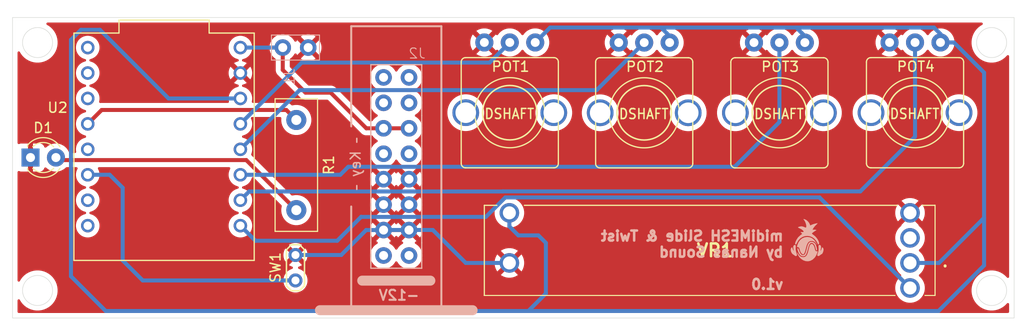
<source format=kicad_pcb>
(kicad_pcb (version 20241229) (generator "pcbnew") (generator_version "9.0")
  (title_block (title "Slide & Twist") (date "2025-12-07") (rev "4") (company "Nanas Sound OÜ") (comment 4 "AISLER Project ID: NHEJCEGS"))
  (layers (0 "F.Cu" signal) (2 "B.Cu" signal) (13 "F.Paste" user) (15 "B.Paste" user) (5 "F.SilkS" user "F.Silkscreen") (7 "B.SilkS" user "B.Silkscreen") (1 "F.Mask" user) (3 "B.Mask" user) (25 "Edge.Cuts" user))
  (net 0 "")
  (net 4 "/P3")
  (net 5 "/P4")
  (net 7 "/P2")
  (net 8 "/P1")
  (net 9 "/SP1")
  (net 12 "/SW1")
  (net 14 "+5V")
  (net 16 "GND")
  (net 17 "+3.3V")
  (net 25 "Net-(D1-A)")
  (net 26 "/LED1")
  (footprint "4ms_Potentiometer:Pot_9mm_DShaft" (layer "F.Cu") (at 155.731413 94.033493)
    (property "Reference" "POT2" (at -1.905 -4.0132 0) (layer "F.SilkS") (effects (justify left bottom)))
    (property "Value" "9mm_NoDet_10k_DShaft" (hide yes))
    (fp_line (start -4.85 -5.06) (end -4.85 5.06) (stroke (width 0.127)) (layer "F.SilkS"))
    (fp_line (start -4.41 5.5) (end 4.41 5.5) (stroke (width 0.127)) (layer "F.SilkS"))
    (fp_line (start 4.41 -5.5) (end -4.41 -5.5) (stroke (width 0.127)) (layer "F.SilkS"))
    (fp_line (start 4.85 5.06) (end 4.85 -5.06) (stroke (width 0.127)) (layer "F.SilkS"))
    (fp_arc (start -4.849887 -5.050018) (mid -4.724637 -5.367578) (end -4.41 -5.5) (stroke (width 0.127)) (layer "F.SilkS"))
    (fp_arc (start -4.400018 5.499887) (mid -4.717578 5.374637) (end -4.85 5.06) (stroke (width 0.127)) (layer "F.SilkS"))
    (fp_arc (start 1.651 -2.159) (mid -1.651 2.159) (end 1.651 -2.159) (stroke (width 0.15)) (layer "F.SilkS"))
    (fp_arc (start 4.400018 -5.499887) (mid 4.717578 -5.374637) (end 4.85 -5.06) (stroke (width 0.127)) (layer "F.SilkS"))
    (fp_arc (start 4.849887 5.050018) (mid 4.724637 5.367578) (end 4.41 5.5) (stroke (width 0.127)) (layer "F.SilkS"))
    (fp_circle (center -0.000163 -0.001843) (end -3.500163 -0.001843) (stroke (width 0.127)) (fill no) (layer "F.SilkS"))
    (fp_text user "DSHAFT" (at -0.04 0.12 0) (layer "F.SilkS") (effects (font (size 1 0.9))))
    (pad "1" thru_hole circle (at 2.539837 -7.012243 270) (size 1.8034 1.8034) (drill 0.889) (layers "*.Cu" "*.Mask") (net 17 "+3.3V"))
    (pad "2" thru_hole circle (at -0.000163 -7.012243 270) (size 1.8034 1.8034) (drill 0.889) (layers "*.Cu" "*.Mask") (net 7 "/P2"))
    (pad "3" thru_hole circle (at -2.540163 -7.012243 270) (size 1.8034 1.8034) (drill 0.889) (layers "*.Cu" "*.Mask") (net 16 "GND"))
    (pad "4" thru_hole circle (at 4.394037 -0.001843) (size 2.667 2.667) (drill 2.0574) (layers "*.Cu" "*.Mask"))
    (pad "5" thru_hole circle (at -4.394363 -0.001843) (size 2.667 2.667) (drill 2.0574) (layers "*.Cu" "*.Mask"))
  )
  (footprint "4ms_Potentiometer:Pot_9mm_DShaft" (layer "F.Cu") (at 169.231413 94.033493)
    (property "Reference" "POT3" (at -1.905 -4.0132 0) (layer "F.SilkS") (effects (justify left bottom)))
    (property "Value" "9mm_NoDet_10k_DShaft" (hide yes))
    (fp_line (start -4.85 -5.06) (end -4.85 5.06) (stroke (width 0.127)) (layer "F.SilkS"))
    (fp_line (start -4.41 5.5) (end 4.41 5.5) (stroke (width 0.127)) (layer "F.SilkS"))
    (fp_line (start 4.41 -5.5) (end -4.41 -5.5) (stroke (width 0.127)) (layer "F.SilkS"))
    (fp_line (start 4.85 5.06) (end 4.85 -5.06) (stroke (width 0.127)) (layer "F.SilkS"))
    (fp_arc (start -4.849887 -5.050018) (mid -4.724637 -5.367578) (end -4.41 -5.5) (stroke (width 0.127)) (layer "F.SilkS"))
    (fp_arc (start -4.400018 5.499887) (mid -4.717578 5.374637) (end -4.85 5.06) (stroke (width 0.127)) (layer "F.SilkS"))
    (fp_arc (start 1.651 -2.159) (mid -1.651 2.159) (end 1.651 -2.159) (stroke (width 0.15)) (layer "F.SilkS"))
    (fp_arc (start 4.400018 -5.499887) (mid 4.717578 -5.374637) (end 4.85 -5.06) (stroke (width 0.127)) (layer "F.SilkS"))
    (fp_arc (start 4.849887 5.050018) (mid 4.724637 5.367578) (end 4.41 5.5) (stroke (width 0.127)) (layer "F.SilkS"))
    (fp_circle (center -0.000163 -0.001843) (end -3.500163 -0.001843) (stroke (width 0.127)) (fill no) (layer "F.SilkS"))
    (fp_text user "DSHAFT" (at -0.04 0.12 0) (layer "F.SilkS") (effects (font (size 1 0.9))))
    (pad "1" thru_hole circle (at 2.539837 -7.012243 270) (size 1.8034 1.8034) (drill 0.889) (layers "*.Cu" "*.Mask") (net 17 "+3.3V"))
    (pad "2" thru_hole circle (at -0.000163 -7.012243 270) (size 1.8034 1.8034) (drill 0.889) (layers "*.Cu" "*.Mask") (net 4 "/P3"))
    (pad "3" thru_hole circle (at -2.540163 -7.012243 270) (size 1.8034 1.8034) (drill 0.889) (layers "*.Cu" "*.Mask") (net 16 "GND"))
    (pad "4" thru_hole circle (at 4.394037 -0.001843) (size 2.667 2.667) (drill 2.0574) (layers "*.Cu" "*.Mask"))
    (pad "5" thru_hole circle (at -4.394363 -0.001843) (size 2.667 2.667) (drill 2.0574) (layers "*.Cu" "*.Mask"))
  )
  (footprint "Resistor_THT:R_Box_L13.0mm_W4.0mm_P9.00mm" (layer "F.Cu") (at 121 94.75 -90)
    (property "Reference" "R1" (at 4.5 -3.25 90) (layer "F.SilkS"))
    (property "Value" "220Ω" (hide yes))
    (fp_line (start -2.12 2.12) (end -2.12 -2.12) (stroke (width 0.12)) (layer "F.SilkS"))
    (fp_line (start 11.12 2.12) (end -2.12 2.12) (stroke (width 0.12)) (layer "F.SilkS"))
    (fp_line (start -2.12 -2.12) (end 11.12 -2.12) (stroke (width 0.12)) (layer "F.SilkS"))
    (fp_line (start 11.12 -2.12) (end 11.12 2.12) (stroke (width 0.12)) (layer "F.SilkS"))
    (pad "1" thru_hole circle (at 0 0 270) (size 2 2) (drill 1) (layers "*.Cu" "*.Mask") (net 26 "/LED1"))
    (pad "2" thru_hole circle (at 9 0 270) (size 2 2) (drill 1) (layers "*.Cu" "*.Mask") (net 25 "Net-(D1-A)"))
  )
  (footprint "LED_THT:LED_D3.0mm_FlatTop" (layer "F.Cu") (at 94.46 98.5)
    (property "Reference" "D1" (at 1.27 -2.96 0) (layer "F.SilkS"))
    (property "Value" "LED")
    (fp_line (start -0.29 -1.236) (end -0.29 -1.08) (stroke (width 0.12)) (layer "F.SilkS"))
    (fp_line (start -0.29 1.08) (end -0.29 1.236) (stroke (width 0.12)) (layer "F.SilkS"))
    (fp_arc (start -0.29 -1.235516) (mid 1.36566 -1.987699) (end 2.941437 -1.08) (stroke (width 0.12)) (layer "F.SilkS"))
    (fp_arc (start 0.229039 -1.08) (mid 1.27 -1.5) (end 2.310961 -1.08) (stroke (width 0.12)) (layer "F.SilkS"))
    (fp_arc (start 2.310961 1.08) (mid 1.27 1.5) (end 0.229039 1.08) (stroke (width 0.12)) (layer "F.SilkS"))
    (fp_arc (start 2.941437 1.08) (mid 1.36566 1.987699) (end -0.29 1.235516) (stroke (width 0.12)) (layer "F.SilkS"))
    (pad "1" thru_hole rect (at 0 0) (size 1.8 1.8) (drill 0.9) (layers "*.Cu" "*.Mask") (net 16 "GND"))
    (pad "2" thru_hole circle (at 2.54 0) (size 1.8 1.8) (drill 0.9) (layers "*.Cu" "*.Mask") (net 25 "Net-(D1-A)"))
  )
  (footprint "Bourne-PTL30-19G1-103B2:PTL3019G1103B2" (layer "F.Cu") (at 182.27125 109.02125 180)
    (property "Reference" "VR1" (at 19.475 1.25 0) (layer "F.SilkS") (effects (font (size 1.27 1.27) (thickness 0.254))))
    (property "Value" "PTL30-19G1-103B2" (hide yes))
    (fp_line (start 42.5 5.75) (end 42.5 5.75) (stroke (width 0.1)) (layer "F.SilkS"))
    (fp_line (start 42.5 5.75) (end 42.5 5.75) (stroke (width 0.1)) (layer "F.SilkS"))
    (fp_line (start 42.5 5.75) (end 42.5 -3.25) (stroke (width 0.1)) (layer "F.SilkS"))
    (fp_line (start 42.5 5.75) (end 41.25 5.75) (stroke (width 0.1)) (layer "F.SilkS"))
    (fp_line (start 42.5 -3.25) (end 42.5 5.75) (stroke (width 0.1)) (layer "F.SilkS"))
    (fp_line (start 42.5 -3.25) (end 42.5 -3.25) (stroke (width 0.1)) (layer "F.SilkS"))
    (fp_line (start 42.5 -3.25) (end 42.5 -3.25) (stroke (width 0.1)) (layer "F.SilkS"))
    (fp_line (start 42.5 -3.25) (end 1.5 -3.25) (stroke (width 0.1)) (layer "F.SilkS"))
    (fp_line (start 41.25 5.75) (end 42.5 5.75) (stroke (width 0.1)) (layer "F.SilkS"))
    (fp_line (start 41.25 5.75) (end 41.25 5.75) (stroke (width 0.1)) (layer "F.SilkS"))
    (fp_line (start 38.5 5.75) (end 38.5 5.75) (stroke (width 0.1)) (layer "F.SilkS"))
    (fp_line (start 38.5 5.75) (end 1.25 5.75) (stroke (width 0.1)) (layer "F.SilkS"))
    (fp_line (start 1.5 -3.25) (end 42.5 -3.25) (stroke (width 0.1)) (layer "F.SilkS"))
    (fp_line (start 1.5 -3.25) (end 1.5 -3.25) (stroke (width 0.1)) (layer "F.SilkS"))
    (fp_line (start 1.25 5.75) (end 38.5 5.75) (stroke (width 0.1)) (layer "F.SilkS"))
    (fp_line (start 1.25 5.75) (end 1.25 5.75) (stroke (width 0.1)) (layer "F.SilkS"))
    (fp_line (start -1.25 5.75) (end -1.25 5.75) (stroke (width 0.1)) (layer "F.SilkS"))
    (fp_line (start -1.25 5.75) (end -2.5 5.75) (stroke (width 0.1)) (layer "F.SilkS"))
    (fp_line (start -1.5 -3.25) (end -1.5 -3.25) (stroke (width 0.1)) (layer "F.SilkS"))
    (fp_line (start -1.5 -3.25) (end -2.5 -3.25) (stroke (width 0.1)) (layer "F.SilkS"))
    (fp_line (start -2.5 5.75) (end -1.25 5.75) (stroke (width 0.1)) (layer "F.SilkS"))
    (fp_line (start -2.5 5.75) (end -2.5 5.75) (stroke (width 0.1)) (layer "F.SilkS"))
    (fp_line (start -2.5 5.75) (end -2.5 5.75) (stroke (width 0.1)) (layer "F.SilkS"))
    (fp_line (start -2.5 5.75) (end -2.5 -3.25) (stroke (width 0.1)) (layer "F.SilkS"))
    (fp_line (start -2.5 -3.25) (end -1.5 -3.25) (stroke (width 0.1)) (layer "F.SilkS"))
    (fp_line (start -2.5 -3.25) (end -2.5 5.75) (stroke (width 0.1)) (layer "F.SilkS"))
    (fp_line (start -2.5 -3.25) (end -2.5 -3.25) (stroke (width 0.1)) (layer "F.SilkS"))
    (fp_line (start -2.5 -3.25) (end -2.5 -3.25) (stroke (width 0.1)) (layer "F.SilkS"))
    (fp_line (start -3.5 -0.25) (end -3.5 -0.25) (stroke (width 0.2)) (layer "F.SilkS"))
    (fp_line (start -3.5 -0.35) (end -3.5 -0.35) (stroke (width 0.2)) (layer "F.SilkS"))
    (fp_line (start -3.5 -0.35) (end -3.5 -0.35) (stroke (width 0.2)) (layer "F.SilkS"))
    (fp_arc (start -3.5 -0.25) (mid -3.55 -0.3) (end -3.5 -0.35) (stroke (width 0.2)) (layer "F.SilkS"))
    (fp_arc (start -3.5 -0.25) (mid -3.55 -0.3) (end -3.5 -0.35) (stroke (width 0.2)) (layer "F.SilkS"))
    (fp_arc (start -3.5 -0.35) (mid -3.45 -0.3) (end -3.5 -0.25) (stroke (width 0.2)) (layer "F.SilkS"))
    (pad "1" thru_hole circle (at 0 0 180) (size 1.95 1.95) (drill 1.3) (layers "*.Cu" "*.Mask") (net 17 "+3.3V"))
    (pad "2" thru_hole circle (at 0 -2.5 180) (size 1.95 1.95) (drill 1.3) (layers "*.Cu" "*.Mask") (net 9 "/SP1"))
    (pad "3" thru_hole circle (at 40 0 180) (size 1.95 1.95) (drill 1.3) (layers "*.Cu" "*.Mask") (net 16 "GND"))
    (pad "B1" thru_hole circle (at 40 5 180) (size 1.95 1.95) (drill 1.3) (layers "*.Cu" "*.Mask") (net 17 "+3.3V"))
    (pad "E1" thru_hole circle (at 0 5 180) (size 1.95 1.95) (drill 1.3) (layers "*.Cu" "*.Mask") (net 16 "GND"))
    (pad "L1" thru_hole circle (at 0 2.5 180) (size 1.95 1.95) (drill 1.3) (layers "*.Cu" "*.Mask"))
  )
  (footprint "4ms_Potentiometer:Pot_9mm_DShaft" (layer "F.Cu") (at 142.311413 94.023093)
    (property "Reference" "POT1" (at -1.905 -4.0132 0) (layer "F.SilkS") (effects (justify left bottom)))
    (property "Value" "9mm_NoDet_10k_DShaft" (hide yes))
    (fp_line (start -4.85 -5.06) (end -4.85 5.06) (stroke (width 0.127)) (layer "F.SilkS"))
    (fp_line (start -4.41 5.5) (end 4.41 5.5) (stroke (width 0.127)) (layer "F.SilkS"))
    (fp_line (start 4.41 -5.5) (end -4.41 -5.5) (stroke (width 0.127)) (layer "F.SilkS"))
    (fp_line (start 4.85 5.06) (end 4.85 -5.06) (stroke (width 0.127)) (layer "F.SilkS"))
    (fp_arc (start -4.849887 -5.050018) (mid -4.724637 -5.367578) (end -4.41 -5.5) (stroke (width 0.127)) (layer "F.SilkS"))
    (fp_arc (start -4.400018 5.499887) (mid -4.717578 5.374637) (end -4.85 5.06) (stroke (width 0.127)) (layer "F.SilkS"))
    (fp_arc (start 1.651 -2.159) (mid -1.651 2.159) (end 1.651 -2.159) (stroke (width 0.15)) (layer "F.SilkS"))
    (fp_arc (start 4.400018 -5.499887) (mid 4.717578 -5.374637) (end 4.85 -5.06) (stroke (width 0.127)) (layer "F.SilkS"))
    (fp_arc (start 4.849887 5.050018) (mid 4.724637 5.367578) (end 4.41 5.5) (stroke (width 0.127)) (layer "F.SilkS"))
    (fp_circle (center -0.000163 -0.001843) (end -3.500163 -0.001843) (stroke (width 0.127)) (fill no) (layer "F.SilkS"))
    (fp_text user "DSHAFT" (at -0.04 0.12 0) (layer "F.SilkS") (effects (font (size 1 0.9))))
    (pad "1" thru_hole circle (at 2.539837 -7.012243 270) (size 1.8034 1.8034) (drill 0.889) (layers "*.Cu" "*.Mask") (net 17 "+3.3V"))
    (pad "2" thru_hole circle (at -0.000163 -7.012243 270) (size 1.8034 1.8034) (drill 0.889) (layers "*.Cu" "*.Mask") (net 8 "/P1"))
    (pad "3" thru_hole circle (at -2.540163 -7.012243 270) (size 1.8034 1.8034) (drill 0.889) (layers "*.Cu" "*.Mask") (net 16 "GND"))
    (pad "4" thru_hole circle (at 4.394037 -0.001843) (size 2.667 2.667) (drill 2.0574) (layers "*.Cu" "*.Mask"))
    (pad "5" thru_hole circle (at -4.394363 -0.001843) (size 2.667 2.667) (drill 2.0574) (layers "*.Cu" "*.Mask"))
  )
  (footprint "4ms_Potentiometer:Pot_9mm_DShaft" (layer "F.Cu") (at 182.771413 94.023093)
    (property "Reference" "POT4" (at -1.905 -4.0132 0) (layer "F.SilkS") (effects (justify left bottom)))
    (property "Value" "9mm_NoDet_10k_DShaft" (hide yes))
    (fp_line (start -4.85 -5.06) (end -4.85 5.06) (stroke (width 0.127)) (layer "F.SilkS"))
    (fp_line (start -4.41 5.5) (end 4.41 5.5) (stroke (width 0.127)) (layer "F.SilkS"))
    (fp_line (start 4.41 -5.5) (end -4.41 -5.5) (stroke (width 0.127)) (layer "F.SilkS"))
    (fp_line (start 4.85 5.06) (end 4.85 -5.06) (stroke (width 0.127)) (layer "F.SilkS"))
    (fp_arc (start -4.849887 -5.050018) (mid -4.724637 -5.367578) (end -4.41 -5.5) (stroke (width 0.127)) (layer "F.SilkS"))
    (fp_arc (start -4.400018 5.499887) (mid -4.717578 5.374637) (end -4.85 5.06) (stroke (width 0.127)) (layer "F.SilkS"))
    (fp_arc (start 1.651 -2.159) (mid -1.651 2.159) (end 1.651 -2.159) (stroke (width 0.15)) (layer "F.SilkS"))
    (fp_arc (start 4.400018 -5.499887) (mid 4.717578 -5.374637) (end 4.85 -5.06) (stroke (width 0.127)) (layer "F.SilkS"))
    (fp_arc (start 4.849887 5.050018) (mid 4.724637 5.367578) (end 4.41 5.5) (stroke (width 0.127)) (layer "F.SilkS"))
    (fp_circle (center -0.000163 -0.001843) (end -3.500163 -0.001843) (stroke (width 0.127)) (fill no) (layer "F.SilkS"))
    (fp_text user "DSHAFT" (at -0.04 0.12 0) (layer "F.SilkS") (effects (font (size 1 0.9))))
    (pad "1" thru_hole circle (at 2.539837 -7.012243 270) (size 1.8034 1.8034) (drill 0.889) (layers "*.Cu" "*.Mask") (net 17 "+3.3V"))
    (pad "2" thru_hole circle (at -0.000163 -7.012243 270) (size 1.8034 1.8034) (drill 0.889) (layers "*.Cu" "*.Mask") (net 5 "/P4"))
    (pad "3" thru_hole circle (at -2.540163 -7.012243 270) (size 1.8034 1.8034) (drill 0.889) (layers "*.Cu" "*.Mask") (net 16 "GND"))
    (pad "4" thru_hole circle (at 4.394037 -0.001843) (size 2.667 2.667) (drill 2.0574) (layers "*.Cu" "*.Mask"))
    (pad "5" thru_hole circle (at -4.394363 -0.001843) (size 2.667 2.667) (drill 2.0574) (layers "*.Cu" "*.Mask"))
  )
  (footprint "ESP32-C3_SUPERMINI_TH:MODULE_ESP32-C3_SUPERMINI_TH" (layer "F.Cu") (at 107.79545 97.42125)
    (property "Reference" "U2" (at -10.63 -3.9 0) (layer "F.SilkS"))
    (property "Value" "ESP32-C3_SUPERMINI_TH")
    (fp_line (start -9 11.35) (end -9 -11.35) (stroke (width 0.127)) (layer "F.SilkS"))
    (fp_line (start -4.5 -12.65) (end -4.5 -11.35) (stroke (width 0.127)) (layer "F.SilkS"))
    (fp_line (start -4.5 -11.35) (end -9 -11.35) (stroke (width 0.127)) (layer "F.SilkS"))
    (fp_line (start 4.5 -12.65) (end -4.5 -12.65) (stroke (width 0.127)) (layer "F.SilkS"))
    (fp_line (start 4.5 -12.65) (end 4.5 -11.35) (stroke (width 0.127)) (layer "F.SilkS"))
    (fp_line (start 9 -11.35) (end 4.5 -11.35) (stroke (width 0.127)) (layer "F.SilkS"))
    (fp_line (start 9 11.35) (end -9 11.35) (stroke (width 0.127)) (layer "F.SilkS"))
    (fp_line (start 9 11.35) (end 9 -11.35) (stroke (width 0.127)) (layer "F.SilkS"))
    (pad "0" thru_hole circle (at 7.62 7.88) (size 1.348 1.348) (drill 0.84) (layers "*.Cu" "*.Mask") (net 9 "/SP1"))
    (pad "1" thru_hole circle (at 7.62 5.34) (size 1.348 1.348) (drill 0.84) (layers "*.Cu" "*.Mask") (net 5 "/P4"))
    (pad "2" thru_hole circle (at 7.62 2.8) (size 1.348 1.348) (drill 0.84) (layers "*.Cu" "*.Mask") (net 4 "/P3"))
    (pad "3" thru_hole circle (at 7.62 0.26) (size 1.348 1.348) (drill 0.84) (layers "*.Cu" "*.Mask") (net 7 "/P2"))
    (pad "3.3" thru_hole circle (at 7.62 -4.82) (size 1.348 1.348) (drill 0.84) (layers "*.Cu" "*.Mask") (net 17 "+3.3V"))
    (pad "4" thru_hole circle (at 7.62 -2.28) (size 1.348 1.348) (drill 0.84) (layers "*.Cu" "*.Mask") (net 8 "/P1"))
    (pad "5" thru_hole circle (at -7.62 -9.9) (size 1.348 1.348) (drill 0.84) (layers "*.Cu" "*.Mask"))
    (pad "5V" thru_hole circle (at 7.62 -9.9) (size 1.348 1.348) (drill 0.84) (layers "*.Cu" "*.Mask") (net 14 "+5V"))
    (pad "6" thru_hole circle (at -7.62 -7.36) (size 1.348 1.348) (drill 0.84) (layers "*.Cu" "*.Mask"))
    (pad "7" thru_hole circle (at -7.62 -4.82) (size 1.348 1.348) (drill 0.84) (layers "*.Cu" "*.Mask"))
    (pad "8" thru_hole circle (at -7.62 -2.28) (size 1.348 1.348) (drill 0.84) (layers "*.Cu" "*.Mask") (net 26 "/LED1"))
    (pad "9" thru_hole circle (at -7.62 0.26) (size 1.348 1.348) (drill 0.84) (layers "*.Cu" "*.Mask"))
    (pad "10" thru_hole circle (at -7.62 2.8) (size 1.348 1.348) (drill 0.84) (layers "*.Cu" "*.Mask") (net 12 "/SW1"))
    (pad "20" thru_hole circle (at -7.62 5.34) (size 1.348 1.348) (drill 0.84) (layers "*.Cu" "*.Mask"))
    (pad "21" thru_hole circle (at -7.62 7.88) (size 1.348 1.348) (drill 0.84) (layers "*.Cu" "*.Mask"))
    (pad "G" thru_hole circle (at 7.62 -7.36) (size 1.348 1.348) (drill 0.84) (layers "*.Cu" "*.Mask") (net 16 "GND"))
  )
  (footprint "TestPoint:TestPoint_2Pads_Pitch2.54mm_Drill0.8mm" (layer "F.Cu") (at 120.91545 110.77125 90)
    (property "Reference" "SW1" (at 1.3 -2 90) (layer "F.SilkS"))
    (property "Value" "Toggle_SPDT_SubMini_2pos" (hide yes))
    (fp_line (start 3.07 -0.9) (end 3.57 -0.4) (stroke (width 0.15)) (layer "F.SilkS"))
    (fp_line (start -0.53 -0.9) (end 3.07 -0.9) (stroke (width 0.15)) (layer "F.SilkS"))
    (fp_line (start 3.57 -0.4) (end 3.57 0.4) (stroke (width 0.15)) (layer "F.SilkS"))
    (fp_line (start -1.03 -0.4) (end -0.53 -0.9) (stroke (width 0.15)) (layer "F.SilkS"))
    (fp_line (start 3.57 0.4) (end 3.07 0.9) (stroke (width 0.15)) (layer "F.SilkS"))
    (fp_line (start -1.03 0.4) (end -1.03 -0.4) (stroke (width 0.15)) (layer "F.SilkS"))
    (fp_line (start 3.07 0.9) (end -0.53 0.9) (stroke (width 0.15)) (layer "F.SilkS"))
    (fp_line (start -0.53 0.9) (end -1.03 0.4) (stroke (width 0.15)) (layer "F.SilkS"))
    (pad "1" thru_hole circle (at 0 0 90) (size 1.4 1.4) (drill 0.8) (layers "*.Cu" "*.Mask") (net 12 "/SW1"))
    (pad "2" thru_hole circle (at 2.54 0 90) (size 1.4 1.4) (drill 0.8) (layers "*.Cu" "*.Mask") (net 16 "GND"))
  )
  (footprint "nanassound:logo_nanas" (layer "B.Cu") (at 172 106.75 180)
    (property "Reference" "G***" (hide yes))
    (property "Value" "LOGO" (hide yes))
    (fp_poly (pts (xy 1.306563 -0.499274) (xy 1.375901 -0.577636) (xy 1.395093 -0.712368) (xy 1.364297 -0.904611) (xy 1.363536 -0.907622) (xy 1.338132 -1.013741) (xy 1.334302 -1.055853) (xy 1.352845 -1.044064) (xy 1.372323 -1.019002) (xy 1.423736 -0.921474) (xy 1.450542 -0.836244) (xy 1.483183 -0.737016) (xy 1.526706 -0.713402) (xy 1.58384 -0.764482) (xy 1.598831 -0.786149) (xy 1.639797 -0.912329) (xy 1.630203 -1.065262) (xy 1.57722 -1.220798) (xy 1.488019 -1.354783) (xy 1.410223 -1.421332) (xy 1.304912 -1.490757) (xy 1.214142 -1.554165) (xy 1.209871 -1.557315) (xy 1.138738 -1.594974) (xy 1.077447 -1.576791) (xy 1.062127 -1.566169) (xy 1.028792 -1.536306) (xy 1.015613 -1.497599) (xy 1.023511 -1.431811) (xy 1.053407 -1.320706) (xy 1.078789 -1.236215) (xy 1.127552 -1.050199) (xy 1.14637 -0.897254) (xy 1.139505 -0.741496) (xy 1.138557 -0.732928) (xy 1.133194 -0.578481) (xy 1.161197 -0.491593) (xy 1.224511 -0.469558)) (fill yes) (layer "B.SilkS"))
    (fp_poly (pts (xy -1.173163 -0.486626) (xy -1.14128 -0.514468) (xy -1.128713 -0.577182) (xy -1.133069 -0.692285) (xy -1.137855 -0.74519) (xy -1.143828 -0.927641) (xy -1.11855 -1.099184) (xy -1.08125 -1.231515) (xy -1.03498 -1.37848) (xy -1.01109 -1.469052) (xy -1.009191 -1.520363) (xy -1.028891 -1.549542) (xy -1.069799 -1.573721) (xy -1.073396 -1.575641) (xy -1.133242 -1.589816) (xy -1.205024 -1.5617) (xy -1.290354 -1.500025) (xy -1.38149 -1.432543) (xy -1.44908 -1.391376) (xy -1.466728 -1.385454) (xy -1.509661 -1.351397) (xy -1.558675 -1.263566) (xy -1.603824 -1.143468) (xy -1.632804 -1.026287) (xy -1.638872 -0.888348) (xy -1.597772 -0.78453) (xy -1.537648 -0.717827) (xy -1.491456 -0.725675) (xy -1.456663 -0.808962) (xy -1.450543 -0.836244) (xy -1.412916 -0.946551) (xy -1.371766 -1.019764) (xy -1.341573 -1.055452) (xy -1.333302 -1.044324) (xy -1.346629 -0.976208) (xy -1.367696 -0.892777) (xy -1.39391 -0.720768) (xy -1.378093 -0.586999) (xy -1.324818 -0.501015) (xy -1.238656 -0.472361)) (fill yes) (layer "B.SilkS"))
    (fp_poly (pts (xy -0.384171 -0.385211) (xy -0.320741 -0.43759) (xy -0.265405 -0.528249) (xy -0.213527 -0.668287) (xy -0.160466 -0.868805) (xy -0.135046 -0.981363) (xy -0.065281 -1.249541) (xy 0.014468 -1.447825) (xy 0.109359 -1.583143) (xy 0.224551 -1.662421) (xy 0.365205 -1.692583) (xy 0.395322 -1.693333) (xy 0.577502 -1.665523) (xy 0.727534 -1.577262) (xy 0.856561 -1.421297) (xy 0.884486 -1.375002) (xy 0.951574 -1.269409) (xy 0.989602 -1.232068) (xy 0.996339 -1.25909) (xy 0.969553 -1.346584) (xy 0.926619 -1.448454) (xy 0.783931 -1.685266) (xy 0.598177 -1.875643) (xy 0.381289 -2.013662) (xy 0.145196 -2.0934) (xy -0.098171 -2.108933) (xy -0.312302 -2.063572) (xy -0.549921 -1.940915) (xy -0.747232 -1.755188) (xy -0.80965 -1.671957) (xy -0.884505 -1.549225) (xy -0.949614 -1.417724) (xy -1.000242 -1.291739) (xy -1.031652 -1.185559) (xy -1.039107 -1.113469) (xy -1.01787 -1.089758) (xy -1.000262 -1.097031) (xy -0.91759 -1.111223) (xy -0.843404 -1.061647) (xy -0.794086 -0.9611) (xy -0.787816 -0.931088) (xy -0.736518 -0.708932) (xy -0.665328 -0.536502) (xy -0.5793 -0.420628) (xy -0.483484 -0.368143)) (fill yes) (layer "B.SilkS"))
    (fp_poly (pts (xy 0.261776 0.288013) (xy 0.497644 0.18354) (xy 0.700343 0.017318) (xy 0.862609 -0.204187) (xy 0.97718 -0.474511) (xy 1.001979 -0.567651) (xy 1.015996 -0.65273) (xy 0.9963 -0.686905) (xy 0.943538 -0.692727) (xy 0.853488 -0.713993) (xy 0.792688 -0.786276) (xy 0.750484 -0.922301) (xy 0.750202 -0.923636) (xy 0.691666 -1.113039) (xy 0.607705 -1.268447) (xy 0.508168 -1.376299) (xy 0.402903 -1.423037) (xy 0.386813 -1.423939) (xy 0.340733 -1.394035) (xy 0.282762 -1.320849) (xy 0.275288 -1.308925) (xy 0.236781 -1.221851) (xy 0.190647 -1.082164) (xy 0.144045 -0.912788) (xy 0.119933 -0.811374) (xy 0.048286 -0.542844) (xy -0.032719 -0.343618) (xy -0.126916 -0.206226) (xy -0.232065 -0.126203) (xy -0.402323 -0.080025) (xy -0.580631 -0.097462) (xy -0.744872 -0.171316) (xy -0.872926 -0.294392) (xy -0.903514 -0.344661) (xy -0.949076 -0.423262) (xy -0.98072 -0.461191) (xy -0.983001 -0.461818) (xy -0.984921 -0.433345) (xy -0.952877 -0.359751) (xy -0.897325 -0.258776) (xy -0.828719 -0.148158) (xy -0.757516 -0.045637) (xy -0.694169 0.03105) (xy -0.690008 0.035284) (xy -0.485971 0.199159) (xy -0.264988 0.293124) (xy -0.010204 0.324237) (xy 0 0.324275)) (fill yes) (layer "B.SilkS"))
    (fp_poly (pts (xy -0.26246 -0.199341) (xy -0.239253 -0.214003) (xy -0.161736 -0.286513) (xy -0.095886 -0.393154) (xy -0.035859 -0.546824) (xy 0.024188 -0.760419) (xy 0.042601 -0.836092) (xy 0.102314 -1.071546) (xy 0.155556 -1.241662) (xy 0.206842 -1.35728) (xy 0.260687 -1.429242) (xy 0.30209 -1.459326) (xy 0.432843 -1.493975) (xy 0.552925 -1.452843) (xy 0.661687 -1.336465) (xy 0.75848 -1.145376) (xy 0.790758 -1.056949) (xy 0.841274 -0.925751) (xy 0.890148 -0.830596) (xy 0.927992 -0.789406) (xy 0.931158 -0.788939) (xy 0.966085 -0.819538) (xy 0.967853 -0.900793) (xy 0.942109 -1.016889) (xy 0.894502 -1.15201) (xy 0.830679 -1.290341) (xy 0.756289 -1.416069) (xy 0.676979 -1.513378) (xy 0.670102 -1.519916) (xy 0.540557 -1.594709) (xy 0.388808 -1.616821) (xy 0.245811 -1.58347) (xy 0.208092 -1.56143) (xy 0.139391 -1.490664) (xy 0.073867 -1.372812) (xy 0.007982 -1.19937) (xy -0.061798 -0.961835) (xy -0.095532 -0.831291) (xy -0.163311 -0.594428) (xy -0.23295 -0.428208) (xy -0.309881 -0.32639) (xy -0.399541 -0.28273) (xy -0.507365 -0.290985) (xy -0.55293 -0.305939) (xy -0.670168 -0.3909) (xy -0.764953 -0.545807) (xy -0.834745 -0.766257) (xy -0.844163 -0.811062) (xy -0.880751 -0.953929) (xy -0.919574 -1.028323) (xy -0.958154 -1.031209) (xy -0.985555 -0.98432) (xy -0.988052 -0.911807) (xy -0.968487 -0.792342) (xy -0.933307 -0.650469) (xy -0.88896 -0.510731) (xy -0.841891 -0.397671) (xy -0.822448 -0.363411) (xy -0.707598 -0.245607) (xy -0.560953 -0.175144) (xy -0.405058 -0.157797)) (fill yes) (layer "B.SilkS"))
    (fp_poly (pts (xy 0.368926 2.097973) (xy 0.337569 2.049319) (xy 0.243429 1.913235) (xy 0.164571 1.746491) (xy 0.108925 1.573036) (xy 0.084419 1.41682) (xy 0.094304 1.314495) (xy 0.112691 1.268757) (xy 0.142584 1.256374) (xy 0.205666 1.27686) (xy 0.280763 1.310304) (xy 0.408693 1.356532) (xy 0.531246 1.382571) (xy 0.561908 1.38461) (xy 0.665878 1.374947) (xy 0.777351 1.3498) (xy 0.870723 1.316882) (xy 0.920388 1.283904) (xy 0.922979 1.275857) (xy 0.890223 1.248542) (xy 0.805803 1.202997) (xy 0.709861 1.158771) (xy 0.563653 1.080831) (xy 0.443602 0.989808) (xy 0.366304 0.900191) (xy 0.346363 0.841477) (xy 0.380611 0.820988) (xy 0.466569 0.809258) (xy 0.507011 0.808182) (xy 0.667659 0.808182) (xy 0.582 0.717003) (xy 0.496342 0.625824) (xy 0.681125 0.492857) (xy 0.908163 0.282703) (xy 1.081494 0.019778) (xy 1.159392 -0.165478) (xy 1.197049 -0.281998) (xy 1.208097 -0.34886) (xy 1.192894 -0.388496) (xy 1.163388 -0.414683) (xy 1.122217 -0.434962) (xy 1.087024 -0.41405) (xy 1.044802 -0.339685) (xy 1.015519 -0.275295) (xy 0.865823 -0.018074) (xy 0.676446 0.180533) (xy 0.457592 0.320525) (xy 0.219467 0.401904) (xy -0.027724 0.424668) (xy -0.273776 0.388818) (xy -0.508484 0.294354) (xy -0.721642 0.141276) (xy -0.903045 -0.070416) (xy -1.015519 -0.275295) (xy -1.066717 -0.382536) (xy -1.104025 -0.429688) (xy -1.140137 -0.428895) (xy -1.161243 -0.414683) (xy -1.198467 -0.340139) (xy -1.188141 -0.224965) (xy -1.137531 -0.082564) (xy -1.053906 0.073665) (xy -0.944533 0.230318) (xy -0.816679 0.373996) (xy -0.677611 0.491296) (xy -0.66537 0.499713) (xy -0.562806 0.575285) (xy -0.494364 0.638091) (xy -0.475467 0.671426) (xy -0.510825 0.710699) (xy -0.58995 0.775127) (xy -0.69127 0.849183) (xy -0.793213 0.917341) (xy -0.874206 0.964073) (xy -0.893898 0.972597) (xy -0.929945 0.999433) (xy -0.902272 1.024708) (xy -0.824027 1.042928) (xy -0.711772 1.048661) (xy -0.537763 1.04603) (xy -0.624867 1.20141) (xy -0.702701 1.313402) (xy -0.812801 1.440455) (xy -0.898935 1.525062) (xy -0.987814 1.609645) (xy -1.041569 1.670068) (xy -1.04865 1.693332) (xy -1.048506 1.693334) (xy -0.932057 1.680419) (xy -0.777403 1.647381) (xy -0.617767 1.602781) (xy -0.486369 1.555181) (xy -0.455161 1.540428) (xy -0.311993 1.465804) (xy -0.285421 1.550705) (xy -0.205705 1.714549) (xy -0.080972 1.873804) (xy 0.064026 1.999341) (xy 0.126835 2.035892) (xy 0.26428 2.0958) (xy 0.346175 2.11657)) (fill yes) (layer "B.SilkS"))
  )
  (footprint "4ms_Connector:Pins_2x08_2.54mm_TH_EuroPower_Shrouded" (layer "B.Cu") (at 130.98 99.39 180)
    (property "Reference" "J2" (at -3 10.7 0) (layer "B.SilkS") (effects (font (thickness 0.1016)) (justify left bottom mirror)))
    (property "Value" "Eurorack_Power_16pin_Shrouded" (hide yes))
    (fp_line (start 4.5 14) (end 4.5 4) (stroke (width 0.2)) (layer "B.SilkS"))
    (fp_line (start 4.5 -4) (end 4.5 -14) (stroke (width 0.2)) (layer "B.SilkS"))
    (fp_line (start 2.54 10.16) (end 0 10.16) (stroke (width 0.127)) (layer "B.SilkS"))
    (fp_line (start 2.54 7.62) (end 2.54 10.16) (stroke (width 0.127)) (layer "B.SilkS"))
    (fp_line (start 2.54 5.08) (end 2.54 7.62) (stroke (width 0.127)) (layer "B.SilkS"))
    (fp_line (start 2.54 2.54) (end 2.54 5.08) (stroke (width 0.127)) (layer "B.SilkS"))
    (fp_line (start 2.54 0) (end 2.54 2.54) (stroke (width 0.127)) (layer "B.SilkS"))
    (fp_line (start 2.54 -2.54) (end 2.54 0) (stroke (width 0.127)) (layer "B.SilkS"))
    (fp_line (start 2.54 -5.08) (end 2.54 -2.54) (stroke (width 0.127)) (layer "B.SilkS"))
    (fp_line (start 2.54 -7.62) (end 2.54 -5.08) (stroke (width 0.127)) (layer "B.SilkS"))
    (fp_line (start 2.54 -10.16) (end 2.54 -7.62) (stroke (width 0.127)) (layer "B.SilkS"))
    (fp_line (start 2.54 -10.16) (end 0 -10.16) (stroke (width 0.127)) (layer "B.SilkS"))
    (fp_line (start 0 10.16) (end -2.54 10.16) (stroke (width 0.127)) (layer "B.SilkS"))
    (fp_line (start 0 -10.16) (end -2.54 -10.16) (stroke (width 0.127)) (layer "B.SilkS"))
    (fp_line (start -2.54 10.16) (end -2.54 7.62) (stroke (width 0.127)) (layer "B.SilkS"))
    (fp_line (start -2.54 7.62) (end -2.54 5.08) (stroke (width 0.127)) (layer "B.SilkS"))
    (fp_line (start -2.54 5.08) (end -2.54 2.54) (stroke (width 0.127)) (layer "B.SilkS"))
    (fp_line (start -2.54 2.54) (end -2.54 0) (stroke (width 0.127)) (layer "B.SilkS"))
    (fp_line (start -2.54 0) (end -2.54 -2.54) (stroke (width 0.127)) (layer "B.SilkS"))
    (fp_line (start -2.54 -2.54) (end -2.54 -5.08) (stroke (width 0.127)) (layer "B.SilkS"))
    (fp_line (start -2.54 -5.08) (end -2.54 -7.62) (stroke (width 0.127)) (layer "B.SilkS"))
    (fp_line (start -2.54 -7.62) (end -2.54 -10.16) (stroke (width 0.127)) (layer "B.SilkS"))
    (fp_line (start -3.4 -11.4) (end 3.4 -11.4) (stroke (width 1)) (layer "B.SilkS"))
    (fp_line (start -4.5 14) (end 4.5 14) (stroke (width 0.2)) (layer "B.SilkS"))
    (fp_line (start -4.5 14) (end -4.5 -14) (stroke (width 0.2)) (layer "B.SilkS"))
    (fp_line (start -4.5 -14) (end 4.5 -14) (stroke (width 0.2)) (layer "B.SilkS"))
    (fp_line (start -7.62 -14.351) (end 7.62 -14.351) (stroke (width 1)) (layer "B.SilkS"))
    (fp_text user "-12V" (at -0.27 -12.86 0) (layer "B.SilkS") (effects (font (thickness 0.2)) (justify mirror)))
    (fp_text user "– Key –" (at 4.064 0.254 90) (layer "B.SilkS") (effects (justify mirror)))
    (pad "1" thru_hole circle (at -1.27 8.89 180) (size 1.651 1.651) (drill 0.9) (layers "*.Cu" "*.Mask"))
    (pad "2" thru_hole circle (at 1.27 8.89 180) (size 1.651 1.651) (drill 0.9) (layers "*.Cu" "*.Mask"))
    (pad "3" thru_hole circle (at -1.27 6.35 180) (size 1.651 1.651) (drill 0.9) (layers "*.Cu" "*.Mask"))
    (pad "4" thru_hole circle (at 1.27 6.35 180) (size 1.651 1.651) (drill 0.9) (layers "*.Cu" "*.Mask"))
    (pad "5" thru_hole circle (at -1.27 3.81 180) (size 1.651 1.651) (drill 0.9) (layers "*.Cu" "*.Mask") (net 14 "+5V"))
    (pad "6" thru_hole circle (at 1.27 3.81 180) (size 1.651 1.651) (drill 0.9) (layers "*.Cu" "*.Mask") (net 14 "+5V"))
    (pad "7" thru_hole circle (at -1.27 1.27 180) (size 1.651 1.651) (drill 0.9) (layers "*.Cu" "*.Mask"))
    (pad "8" thru_hole circle (at 1.27 1.27 180) (size 1.651 1.651) (drill 0.9) (layers "*.Cu" "*.Mask"))
    (pad "9" thru_hole circle (at -1.27 -1.27 180) (size 1.651 1.651) (drill 0.9) (layers "*.Cu" "*.Mask") (net 16 "GND"))
    (pad "10" thru_hole circle (at 1.27 -1.27 180) (size 1.651 1.651) (drill 0.9) (layers "*.Cu" "*.Mask") (net 16 "GND"))
    (pad "11" thru_hole circle (at -1.27 -3.81 180) (size 1.651 1.651) (drill 0.9) (layers "*.Cu" "*.Mask") (net 16 "GND"))
    (pad "12" thru_hole circle (at 1.27 -3.81 180) (size 1.651 1.651) (drill 0.9) (layers "*.Cu" "*.Mask") (net 16 "GND"))
    (pad "13" thru_hole circle (at -1.27 -6.35 180) (size 1.651 1.651) (drill 0.9) (layers "*.Cu" "*.Mask") (net 16 "GND"))
    (pad "14" thru_hole circle (at 1.27 -6.35 180) (size 1.651 1.651) (drill 0.9) (layers "*.Cu" "*.Mask") (net 16 "GND"))
    (pad "15" thru_hole circle (at -1.27 -8.89 180) (size 1.651 1.651) (drill 0.9) (layers "*.Cu" "*.Mask"))
    (pad "16" thru_hole circle (at 1.27 -8.89 180) (size 1.651 1.651) (drill 0.9) (layers "*.Cu" "*.Mask"))
  )
  (footprint "4ms_Connector:Pins_1x02_2.54mm_TH" (layer "B.Cu") (at 120.91545 87.52125 -90)
    (property "Reference" "J1" (at 2 0 90) (layer "B.SilkS") (effects (font (thickness 0.1016)) (justify left bottom mirror)))
    (property "Value" "Conn_01x02" (hide yes))
    (fp_line (start -1.25 2.4) (end 1.25 2.4) (stroke (width 0.1)) (layer "B.SilkS"))
    (fp_line (start 1.25 2.4) (end 1.25 -2.4) (stroke (width 0.1)) (layer "B.SilkS"))
    (fp_line (start -1.25 -2.4) (end -1.25 2.4) (stroke (width 0.1)) (layer "B.SilkS"))
    (fp_line (start 1.25 -2.4) (end -1.25 -2.4) (stroke (width 0.1)) (layer "B.SilkS"))
    (pad "1" thru_hole circle (at 0 1.27 270) (size 1.651 1.651) (drill 0.9) (layers "*.Cu" "*.Mask") (net 14 "+5V"))
    (pad "2" thru_hole circle (at 0 -1.27 270) (size 1.651 1.651) (drill 0.9) (layers "*.Cu" "*.Mask") (net 16 "GND"))
  )
  (gr_rect (start 92.66545 84.52125) (end 192.66545 114.52125) (stroke (width 0.05)) (fill no) (layer "Edge.Cuts"))
  (gr_circle (center 95.16545 87.02125) (end 95.16545 85.52125) (stroke (width 0.05)) (fill no) (layer "Edge.Cuts"))
  (gr_circle (center 190.41545 111.77125) (end 190.41545 113.27125) (stroke (width 0.05)) (fill no) (layer "Edge.Cuts"))
  (gr_circle (center 95.16545 111.77125) (end 95.16545 113.27125) (stroke (width 0.05)) (fill no) (layer "Edge.Cuts"))
  (gr_circle (center 190.41545 87.02125) (end 190.41545 85.52125) (stroke (width 0.05)) (fill no) (layer "Edge.Cuts"))
  (gr_text "midiMESH Slide & Twist\nby Nanas Sound\n\nv1.0" (at 169.75 111.75 0) (layer "B.SilkS") (effects (font (size 1 1) (thickness 0.25) (bold yes)) (justify left bottom mirror)))
  (segment (start 125.38945 100.22125) (end 126.18595 99.42475) (width 0.4) (layer "B.Cu") (net 4))
  (segment (start 169.23125 94.95545) (end 169.23125 87.02125) (width 0.4) (layer "B.Cu") (net 4))
  (segment (start 126.18595 99.42475) (end 164.76195 99.42475) (width 0.4) (layer "B.Cu") (net 4))
  (segment (start 115.41545 100.22125) (end 125.38945 100.22125) (width 0.4) (layer "B.Cu") (net 4))
  (segment (start 164.76195 99.42475) (end 169.23125 94.95545) (width 0.4) (layer "B.Cu") (net 4))
  (segment (start 182.77125 96.41545) (end 182.77125 87.01085) (width 0.4) (layer "B.Cu") (net 5))
  (segment (start 141.6101 101.8865) (end 141.61885 101.87775) (width 0.4) (layer "B.Cu") (net 5))
  (segment (start 115.41545 102.76125) (end 116.29895 101.87775) (width 0.4) (layer "B.Cu") (net 5))
  (segment (start 116.29895 101.87775) (end 116.3077 101.8865) (width 0.4) (layer "B.Cu") (net 5))
  (segment (start 141.61885 101.87775) (end 177.30895 101.87775) (width 0.4) (layer "B.Cu") (net 5))
  (segment (start 177.30895 101.87775) (end 182.77125 96.41545) (width 0.4) (layer "B.Cu") (net 5))
  (segment (start 116.3077 101.8865) (end 141.6101 101.8865) (width 0.4) (layer "B.Cu") (net 5))
  (segment (start 121.32545 91.77125) (end 150.98125 91.77125) (width 0.4) (layer "B.Cu") (net 7))
  (segment (start 115.41545 97.68125) (end 121.32545 91.77125) (width 0.4) (layer "B.Cu") (net 7))
  (segment (start 150.98125 91.77125) (end 155.73125 87.02125) (width 0.4) (layer "B.Cu") (net 7))
  (segment (start 140.30085 89.02125) (end 142.31125 87.01085) (width 0.4) (layer "B.Cu") (net 8))
  (segment (start 121.53545 89.02125) (end 140.30085 89.02125) (width 0.4) (layer "B.Cu") (net 8))
  (segment (start 115.41545 95.14125) (end 121.53545 89.02125) (width 0.4) (layer "B.Cu") (net 8))
  (segment (start 131.029283 104.41775) (end 131.038033 104.4265) (width 0.4) (layer "B.Cu") (net 9))
  (segment (start 130.75 104.41775) (end 130.75875 104.4265) (width 0.4) (layer "B.Cu") (net 9))
  (segment (start 131.038033 104.4265) (end 139.920042 104.4265) (width 0.4) (layer "B.Cu") (net 9))
  (segment (start 173.22875 102.47875) (end 182.27125 111.52125) (width 0.4) (layer "B.Cu") (net 9))
  (segment (start 139.920042 104.4265) (end 141.867792 102.47875) (width 0.4) (layer "B.Cu") (net 9))
  (segment (start 141.867792 102.47875) (end 173.22875 102.47875) (width 0.4) (layer "B.Cu") (net 9))
  (segment (start 125.080775 106.810192) (end 116.924392 106.810192) (width 0.4) (layer "B.Cu") (net 9))
  (segment (start 127.473217 104.41775) (end 125.080775 106.810192) (width 0.4) (layer "B.Cu") (net 9))
  (segment (start 116.924392 106.810192) (end 115.41545 105.30125) (width 0.4) (layer "B.Cu") (net 9))
  (segment (start 130.75 104.41775) (end 131.029283 104.41775) (width 0.4) (layer "B.Cu") (net 9))
  (segment (start 127.481967 104.4265) (end 127.473217 104.41775) (width 0.4) (layer "B.Cu") (net 9))
  (segment (start 130.74125 104.4265) (end 127.481967 104.4265) (width 0.4) (layer "B.Cu") (net 9))
  (segment (start 130.75 104.41775) (end 130.74125 104.4265) (width 0.4) (layer "B.Cu") (net 9))
  (segment (start 105.66545 110.77125) (end 120.91545 110.77125) (width 0.4) (layer "B.Cu") (net 12))
  (segment (start 103.66545 108.77125) (end 105.66545 110.77125) (width 0.4) (layer "B.Cu") (net 12))
  (segment (start 103.66545 101.52125) (end 103.66545 108.77125) (width 0.4) (layer "B.Cu") (net 12))
  (segment (start 100.17545 100.22125) (end 102.36545 100.22125) (width 0.4) (layer "B.Cu") (net 12))
  (segment (start 102.36545 100.22125) (end 103.66545 101.52125) (width 0.4) (layer "B.Cu") (net 12))
  (segment (start 127.99 95.58) (end 129.71 95.58) (width 0.4) (layer "F.Cu") (net 14))
  (segment (start 119.64545 87.52125) (end 119.64545 89.75125) (width 0.4) (layer "F.Cu") (net 14))
  (segment (start 124.43125 92.02125) (end 127.99 95.58) (width 0.4) (layer "F.Cu") (net 14))
  (segment (start 121.91545 92.02125) (end 124.43125 92.02125) (width 0.4) (layer "F.Cu") (net 14))
  (segment (start 119.64545 89.75125) (end 121.91545 92.02125) (width 0.4) (layer "F.Cu") (net 14))
  (segment (start 129.71 95.58) (end 132.25 95.58) (width 0.4) (layer "F.Cu") (net 14))
  (segment (start 115.41545 87.52125) (end 119.64545 87.52125) (width 0.4) (layer "B.Cu") (net 14))
  (segment (start 129.71 105.74) (end 132.25 105.74) (width 0.4) (layer "F.Cu") (net 16))
  (segment (start 139.26085 87.52125) (end 139.77125 87.01085) (width 0.4) (layer "F.Cu") (net 16))
  (segment (start 142.27125 109.02125) (end 137.91545 109.02125) (width 0.4) (layer "B.Cu") (net 16))
  (segment (start 127.99 105.74) (end 129.71 105.74) (width 0.4) (layer "B.Cu") (net 16))
  (segment (start 125.48125 108.23125) (end 120.91545 108.23125) (width 0.4) (layer "B.Cu") (net 16))
  (segment (start 137.91545 109.02125) (end 134.62545 105.73125) (width 0.4) (layer "B.Cu") (net 16))
  (segment (start 127.98125 105.73125) (end 127.99 105.74) (width 0.4) (layer "B.Cu") (net 16))
  (segment (start 134.62545 105.73125) (end 130.52125 105.73125) (width 0.4) (layer "B.Cu") (net 16))
  (segment (start 127.98125 105.73125) (end 125.48125 108.23125) (width 0.4) (layer "B.Cu") (net 16))
  (segment (start 142.27125 105.37705) (end 142.27125 104.02125) (width 0.4) (layer "B.Cu") (net 17))
  (segment (start 146.34085 85.52125) (end 157.41545 85.52125) (width 0.4) (layer "B.Cu") (net 17))
  (segment (start 185.11645 113.82025) (end 189.66545 109.27125) (width 0.4) (layer "B.Cu") (net 17))
  (segment (start 185.31125 87.01085) (end 185.31125 86.16705) (width 0.4) (layer "B.Cu") (net 17))
  (segment (start 108.24545 92.60125) (end 101.3942 85.75) (width 0.4) (layer "B.Cu") (net 17))
  (segment (start 145.91545 107.02125) (end 145.16545 106.27125) (width 0.4) (layer "B.Cu") (net 17))
  (segment (start 144.16545 113.82025) (end 145.91545 112.07025) (width 0.4) (layer "B.Cu") (net 17))
  (segment (start 98.5 86.75) (end 98.5 110.3558) (width 0.4) (layer "B.Cu") (net 17))
  (segment (start 101.96445 113.82025) (end 144.16545 113.82025) (width 0.4) (layer "B.Cu") (net 17))
  (segment (start 115.41545 92.60125) (end 108.24545 92.60125) (width 0.4) (layer "B.Cu") (net 17))
  (segment (start 157.41545 85.52125) (end 158.27125 86.37705) (width 0.4) (layer "B.Cu") (net 17))
  (segment (start 171.77125 86.37705) (end 170.91545 85.52125) (width 0.4) (layer "B.Cu") (net 17))
  (segment (start 99.5 85.75) (end 98.5 86.75) (width 0.4) (layer "B.Cu") (net 17))
  (segment (start 186.65505 87.01085) (end 185.31125 87.01085) (width 0.4) (layer "B.Cu") (net 17))
  (segment (start 101.3942 85.75) (end 99.5 85.75) (width 0.4) (layer "B.Cu") (net 17))
  (segment (start 144.85125 87.01085) (end 146.34085 85.52125) (width 0.4) (layer "B.Cu") (net 17))
  (segment (start 189.66545 104.52125) (end 189.66545 90.02125) (width 0.4) (layer "B.Cu") (net 17))
  (segment (start 185.16545 109.02125) (end 189.66545 104.52125) (width 0.4) (layer "B.Cu") (net 17))
  (segment (start 182.27125 109.02125) (end 185.16545 109.02125) (width 0.4) (layer "B.Cu") (net 17))
  (segment (start 170.91545 85.52125) (end 157.41545 85.52125) (width 0.4) (layer "B.Cu") (net 17))
  (segment (start 144.16545 113.82025) (end 185.11645 113.82025) (width 0.4) (layer "B.Cu") (net 17))
  (segment (start 189.66545 109.27125) (end 189.66545 104.52125) (width 0.4) (layer "B.Cu") (net 17))
  (segment (start 98.5 110.3558) (end 101.96445 113.82025) (width 0.4) (layer "B.Cu") (net 17))
  (segment (start 184.66545 85.52125) (end 170.91545 85.52125) (width 0.4) (layer "B.Cu") (net 17))
  (segment (start 143.16545 106.27125) (end 142.27125 105.37705) (width 0.4) (layer "B.Cu") (net 17))
  (segment (start 185.31125 86.16705) (end 184.66545 85.52125) (width 0.4) (layer "B.Cu") (net 17))
  (segment (start 145.16545 106.27125) (end 143.16545 106.27125) (width 0.4) (layer "B.Cu") (net 17))
  (segment (start 145.91545 112.07025) (end 145.91545 107.02125) (width 0.4) (layer "B.Cu") (net 17))
  (segment (start 189.66545 90.02125) (end 186.65505 87.01085) (width 0.4) (layer "B.Cu") (net 17))
  (segment (start 116.00625 98.75625) (end 97.25625 98.75625) (width 0.4) (layer "F.Cu") (net 25))
  (segment (start 121 103.75) (end 116.00625 98.75625) (width 0.4) (layer "F.Cu") (net 25))
  (segment (start 121 94.75) (end 120 93.75) (width 0.4) (layer "F.Cu") (net 26))
  (segment (start 120 93.75) (end 101.5667 93.75) (width 0.4) (layer "F.Cu") (net 26))
  (segment (start 101.5667 93.75) (end 100.17545 95.14125) (width 0.4) (layer "F.Cu") (net 26))
  (zone (net 16) (net_name "GND") (layer "F.Cu") (connect_pads (clearance 0.5)) (min_thickness 0.25) (fill yes (thermal_gap 0.5) (thermal_bridge_width 0.5))
    (polygon (pts (xy 91.41545 115.52125) (xy 193.66545 115.52125) (xy 193.41545 82.77125) (xy 91.41545 82.77125) (xy 91.41545 83.27125)))
  )
)
</source>
